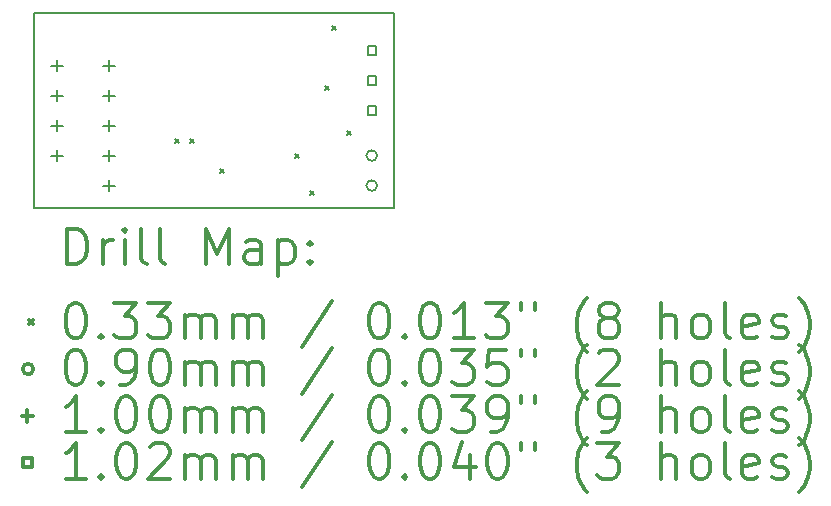
<source format=gbr>
%FSLAX45Y45*%
G04 Gerber Fmt 4.5, Leading zero omitted, Abs format (unit mm)*
G04 Created by KiCad (PCBNEW (5.1.5)-3) date 2019-12-28 17:54:20*
%MOMM*%
%LPD*%
G04 APERTURE LIST*
%TA.AperFunction,Profile*%
%ADD10C,0.150000*%
%TD*%
%ADD11C,0.200000*%
%ADD12C,0.300000*%
G04 APERTURE END LIST*
D10*
X13525500Y-7429500D02*
X13525500Y-9080500D01*
X16573500Y-7429500D02*
X13525500Y-7429500D01*
X16573500Y-9080500D02*
X16573500Y-7429500D01*
X13525500Y-9080500D02*
X16573500Y-9080500D01*
D11*
X14715490Y-8492490D02*
X14748510Y-8525510D01*
X14748510Y-8492490D02*
X14715490Y-8525510D01*
X14842490Y-8492490D02*
X14875510Y-8525510D01*
X14875510Y-8492490D02*
X14842490Y-8525510D01*
X15096490Y-8746490D02*
X15129510Y-8779510D01*
X15129510Y-8746490D02*
X15096490Y-8779510D01*
X15731490Y-8619490D02*
X15764510Y-8652510D01*
X15764510Y-8619490D02*
X15731490Y-8652510D01*
X15858490Y-8936990D02*
X15891510Y-8970010D01*
X15891510Y-8936990D02*
X15858490Y-8970010D01*
X15985490Y-8047990D02*
X16018510Y-8081010D01*
X16018510Y-8047990D02*
X15985490Y-8081010D01*
X16048990Y-7539990D02*
X16082010Y-7573010D01*
X16082010Y-7539990D02*
X16048990Y-7573010D01*
X16175990Y-8428990D02*
X16209010Y-8462010D01*
X16209010Y-8428990D02*
X16175990Y-8462010D01*
X16428000Y-8636000D02*
G75*
G03X16428000Y-8636000I-45000J0D01*
G01*
X16428000Y-8890000D02*
G75*
G03X16428000Y-8890000I-45000J0D01*
G01*
X14160500Y-7824000D02*
X14160500Y-7924000D01*
X14110500Y-7874000D02*
X14210500Y-7874000D01*
X14160500Y-8078000D02*
X14160500Y-8178000D01*
X14110500Y-8128000D02*
X14210500Y-8128000D01*
X14160500Y-8332000D02*
X14160500Y-8432000D01*
X14110500Y-8382000D02*
X14210500Y-8382000D01*
X14160500Y-8586000D02*
X14160500Y-8686000D01*
X14110500Y-8636000D02*
X14210500Y-8636000D01*
X14160500Y-8840000D02*
X14160500Y-8940000D01*
X14110500Y-8890000D02*
X14210500Y-8890000D01*
X13716000Y-7824000D02*
X13716000Y-7924000D01*
X13666000Y-7874000D02*
X13766000Y-7874000D01*
X13716000Y-8078000D02*
X13716000Y-8178000D01*
X13666000Y-8128000D02*
X13766000Y-8128000D01*
X13716000Y-8332000D02*
X13716000Y-8432000D01*
X13666000Y-8382000D02*
X13766000Y-8382000D01*
X13716000Y-8586000D02*
X13716000Y-8686000D01*
X13666000Y-8636000D02*
X13766000Y-8636000D01*
X16418921Y-7782921D02*
X16418921Y-7711079D01*
X16347079Y-7711079D01*
X16347079Y-7782921D01*
X16418921Y-7782921D01*
X16418921Y-8036921D02*
X16418921Y-7965079D01*
X16347079Y-7965079D01*
X16347079Y-8036921D01*
X16418921Y-8036921D01*
X16418921Y-8290921D02*
X16418921Y-8219079D01*
X16347079Y-8219079D01*
X16347079Y-8290921D01*
X16418921Y-8290921D01*
D12*
X13804428Y-9553714D02*
X13804428Y-9253714D01*
X13875857Y-9253714D01*
X13918714Y-9268000D01*
X13947286Y-9296572D01*
X13961571Y-9325143D01*
X13975857Y-9382286D01*
X13975857Y-9425143D01*
X13961571Y-9482286D01*
X13947286Y-9510857D01*
X13918714Y-9539429D01*
X13875857Y-9553714D01*
X13804428Y-9553714D01*
X14104428Y-9553714D02*
X14104428Y-9353714D01*
X14104428Y-9410857D02*
X14118714Y-9382286D01*
X14133000Y-9368000D01*
X14161571Y-9353714D01*
X14190143Y-9353714D01*
X14290143Y-9553714D02*
X14290143Y-9353714D01*
X14290143Y-9253714D02*
X14275857Y-9268000D01*
X14290143Y-9282286D01*
X14304428Y-9268000D01*
X14290143Y-9253714D01*
X14290143Y-9282286D01*
X14475857Y-9553714D02*
X14447286Y-9539429D01*
X14433000Y-9510857D01*
X14433000Y-9253714D01*
X14633000Y-9553714D02*
X14604428Y-9539429D01*
X14590143Y-9510857D01*
X14590143Y-9253714D01*
X14975857Y-9553714D02*
X14975857Y-9253714D01*
X15075857Y-9468000D01*
X15175857Y-9253714D01*
X15175857Y-9553714D01*
X15447286Y-9553714D02*
X15447286Y-9396572D01*
X15433000Y-9368000D01*
X15404428Y-9353714D01*
X15347286Y-9353714D01*
X15318714Y-9368000D01*
X15447286Y-9539429D02*
X15418714Y-9553714D01*
X15347286Y-9553714D01*
X15318714Y-9539429D01*
X15304428Y-9510857D01*
X15304428Y-9482286D01*
X15318714Y-9453714D01*
X15347286Y-9439429D01*
X15418714Y-9439429D01*
X15447286Y-9425143D01*
X15590143Y-9353714D02*
X15590143Y-9653714D01*
X15590143Y-9368000D02*
X15618714Y-9353714D01*
X15675857Y-9353714D01*
X15704428Y-9368000D01*
X15718714Y-9382286D01*
X15733000Y-9410857D01*
X15733000Y-9496572D01*
X15718714Y-9525143D01*
X15704428Y-9539429D01*
X15675857Y-9553714D01*
X15618714Y-9553714D01*
X15590143Y-9539429D01*
X15861571Y-9525143D02*
X15875857Y-9539429D01*
X15861571Y-9553714D01*
X15847286Y-9539429D01*
X15861571Y-9525143D01*
X15861571Y-9553714D01*
X15861571Y-9368000D02*
X15875857Y-9382286D01*
X15861571Y-9396572D01*
X15847286Y-9382286D01*
X15861571Y-9368000D01*
X15861571Y-9396572D01*
X13484980Y-10031490D02*
X13518000Y-10064510D01*
X13518000Y-10031490D02*
X13484980Y-10064510D01*
X13861571Y-9883714D02*
X13890143Y-9883714D01*
X13918714Y-9898000D01*
X13933000Y-9912286D01*
X13947286Y-9940857D01*
X13961571Y-9998000D01*
X13961571Y-10069429D01*
X13947286Y-10126572D01*
X13933000Y-10155143D01*
X13918714Y-10169429D01*
X13890143Y-10183714D01*
X13861571Y-10183714D01*
X13833000Y-10169429D01*
X13818714Y-10155143D01*
X13804428Y-10126572D01*
X13790143Y-10069429D01*
X13790143Y-9998000D01*
X13804428Y-9940857D01*
X13818714Y-9912286D01*
X13833000Y-9898000D01*
X13861571Y-9883714D01*
X14090143Y-10155143D02*
X14104428Y-10169429D01*
X14090143Y-10183714D01*
X14075857Y-10169429D01*
X14090143Y-10155143D01*
X14090143Y-10183714D01*
X14204428Y-9883714D02*
X14390143Y-9883714D01*
X14290143Y-9998000D01*
X14333000Y-9998000D01*
X14361571Y-10012286D01*
X14375857Y-10026572D01*
X14390143Y-10055143D01*
X14390143Y-10126572D01*
X14375857Y-10155143D01*
X14361571Y-10169429D01*
X14333000Y-10183714D01*
X14247286Y-10183714D01*
X14218714Y-10169429D01*
X14204428Y-10155143D01*
X14490143Y-9883714D02*
X14675857Y-9883714D01*
X14575857Y-9998000D01*
X14618714Y-9998000D01*
X14647286Y-10012286D01*
X14661571Y-10026572D01*
X14675857Y-10055143D01*
X14675857Y-10126572D01*
X14661571Y-10155143D01*
X14647286Y-10169429D01*
X14618714Y-10183714D01*
X14533000Y-10183714D01*
X14504428Y-10169429D01*
X14490143Y-10155143D01*
X14804428Y-10183714D02*
X14804428Y-9983714D01*
X14804428Y-10012286D02*
X14818714Y-9998000D01*
X14847286Y-9983714D01*
X14890143Y-9983714D01*
X14918714Y-9998000D01*
X14933000Y-10026572D01*
X14933000Y-10183714D01*
X14933000Y-10026572D02*
X14947286Y-9998000D01*
X14975857Y-9983714D01*
X15018714Y-9983714D01*
X15047286Y-9998000D01*
X15061571Y-10026572D01*
X15061571Y-10183714D01*
X15204428Y-10183714D02*
X15204428Y-9983714D01*
X15204428Y-10012286D02*
X15218714Y-9998000D01*
X15247286Y-9983714D01*
X15290143Y-9983714D01*
X15318714Y-9998000D01*
X15333000Y-10026572D01*
X15333000Y-10183714D01*
X15333000Y-10026572D02*
X15347286Y-9998000D01*
X15375857Y-9983714D01*
X15418714Y-9983714D01*
X15447286Y-9998000D01*
X15461571Y-10026572D01*
X15461571Y-10183714D01*
X16047286Y-9869429D02*
X15790143Y-10255143D01*
X16433000Y-9883714D02*
X16461571Y-9883714D01*
X16490143Y-9898000D01*
X16504428Y-9912286D01*
X16518714Y-9940857D01*
X16533000Y-9998000D01*
X16533000Y-10069429D01*
X16518714Y-10126572D01*
X16504428Y-10155143D01*
X16490143Y-10169429D01*
X16461571Y-10183714D01*
X16433000Y-10183714D01*
X16404428Y-10169429D01*
X16390143Y-10155143D01*
X16375857Y-10126572D01*
X16361571Y-10069429D01*
X16361571Y-9998000D01*
X16375857Y-9940857D01*
X16390143Y-9912286D01*
X16404428Y-9898000D01*
X16433000Y-9883714D01*
X16661571Y-10155143D02*
X16675857Y-10169429D01*
X16661571Y-10183714D01*
X16647286Y-10169429D01*
X16661571Y-10155143D01*
X16661571Y-10183714D01*
X16861571Y-9883714D02*
X16890143Y-9883714D01*
X16918714Y-9898000D01*
X16933000Y-9912286D01*
X16947286Y-9940857D01*
X16961571Y-9998000D01*
X16961571Y-10069429D01*
X16947286Y-10126572D01*
X16933000Y-10155143D01*
X16918714Y-10169429D01*
X16890143Y-10183714D01*
X16861571Y-10183714D01*
X16833000Y-10169429D01*
X16818714Y-10155143D01*
X16804428Y-10126572D01*
X16790143Y-10069429D01*
X16790143Y-9998000D01*
X16804428Y-9940857D01*
X16818714Y-9912286D01*
X16833000Y-9898000D01*
X16861571Y-9883714D01*
X17247286Y-10183714D02*
X17075857Y-10183714D01*
X17161571Y-10183714D02*
X17161571Y-9883714D01*
X17133000Y-9926572D01*
X17104428Y-9955143D01*
X17075857Y-9969429D01*
X17347286Y-9883714D02*
X17533000Y-9883714D01*
X17433000Y-9998000D01*
X17475857Y-9998000D01*
X17504428Y-10012286D01*
X17518714Y-10026572D01*
X17533000Y-10055143D01*
X17533000Y-10126572D01*
X17518714Y-10155143D01*
X17504428Y-10169429D01*
X17475857Y-10183714D01*
X17390143Y-10183714D01*
X17361571Y-10169429D01*
X17347286Y-10155143D01*
X17647286Y-9883714D02*
X17647286Y-9940857D01*
X17761571Y-9883714D02*
X17761571Y-9940857D01*
X18204428Y-10298000D02*
X18190143Y-10283714D01*
X18161571Y-10240857D01*
X18147286Y-10212286D01*
X18133000Y-10169429D01*
X18118714Y-10098000D01*
X18118714Y-10040857D01*
X18133000Y-9969429D01*
X18147286Y-9926572D01*
X18161571Y-9898000D01*
X18190143Y-9855143D01*
X18204428Y-9840857D01*
X18361571Y-10012286D02*
X18333000Y-9998000D01*
X18318714Y-9983714D01*
X18304428Y-9955143D01*
X18304428Y-9940857D01*
X18318714Y-9912286D01*
X18333000Y-9898000D01*
X18361571Y-9883714D01*
X18418714Y-9883714D01*
X18447286Y-9898000D01*
X18461571Y-9912286D01*
X18475857Y-9940857D01*
X18475857Y-9955143D01*
X18461571Y-9983714D01*
X18447286Y-9998000D01*
X18418714Y-10012286D01*
X18361571Y-10012286D01*
X18333000Y-10026572D01*
X18318714Y-10040857D01*
X18304428Y-10069429D01*
X18304428Y-10126572D01*
X18318714Y-10155143D01*
X18333000Y-10169429D01*
X18361571Y-10183714D01*
X18418714Y-10183714D01*
X18447286Y-10169429D01*
X18461571Y-10155143D01*
X18475857Y-10126572D01*
X18475857Y-10069429D01*
X18461571Y-10040857D01*
X18447286Y-10026572D01*
X18418714Y-10012286D01*
X18833000Y-10183714D02*
X18833000Y-9883714D01*
X18961571Y-10183714D02*
X18961571Y-10026572D01*
X18947286Y-9998000D01*
X18918714Y-9983714D01*
X18875857Y-9983714D01*
X18847286Y-9998000D01*
X18833000Y-10012286D01*
X19147286Y-10183714D02*
X19118714Y-10169429D01*
X19104428Y-10155143D01*
X19090143Y-10126572D01*
X19090143Y-10040857D01*
X19104428Y-10012286D01*
X19118714Y-9998000D01*
X19147286Y-9983714D01*
X19190143Y-9983714D01*
X19218714Y-9998000D01*
X19233000Y-10012286D01*
X19247286Y-10040857D01*
X19247286Y-10126572D01*
X19233000Y-10155143D01*
X19218714Y-10169429D01*
X19190143Y-10183714D01*
X19147286Y-10183714D01*
X19418714Y-10183714D02*
X19390143Y-10169429D01*
X19375857Y-10140857D01*
X19375857Y-9883714D01*
X19647286Y-10169429D02*
X19618714Y-10183714D01*
X19561571Y-10183714D01*
X19533000Y-10169429D01*
X19518714Y-10140857D01*
X19518714Y-10026572D01*
X19533000Y-9998000D01*
X19561571Y-9983714D01*
X19618714Y-9983714D01*
X19647286Y-9998000D01*
X19661571Y-10026572D01*
X19661571Y-10055143D01*
X19518714Y-10083714D01*
X19775857Y-10169429D02*
X19804428Y-10183714D01*
X19861571Y-10183714D01*
X19890143Y-10169429D01*
X19904428Y-10140857D01*
X19904428Y-10126572D01*
X19890143Y-10098000D01*
X19861571Y-10083714D01*
X19818714Y-10083714D01*
X19790143Y-10069429D01*
X19775857Y-10040857D01*
X19775857Y-10026572D01*
X19790143Y-9998000D01*
X19818714Y-9983714D01*
X19861571Y-9983714D01*
X19890143Y-9998000D01*
X20004428Y-10298000D02*
X20018714Y-10283714D01*
X20047286Y-10240857D01*
X20061571Y-10212286D01*
X20075857Y-10169429D01*
X20090143Y-10098000D01*
X20090143Y-10040857D01*
X20075857Y-9969429D01*
X20061571Y-9926572D01*
X20047286Y-9898000D01*
X20018714Y-9855143D01*
X20004428Y-9840857D01*
X13518000Y-10444000D02*
G75*
G03X13518000Y-10444000I-45000J0D01*
G01*
X13861571Y-10279714D02*
X13890143Y-10279714D01*
X13918714Y-10294000D01*
X13933000Y-10308286D01*
X13947286Y-10336857D01*
X13961571Y-10394000D01*
X13961571Y-10465429D01*
X13947286Y-10522572D01*
X13933000Y-10551143D01*
X13918714Y-10565429D01*
X13890143Y-10579714D01*
X13861571Y-10579714D01*
X13833000Y-10565429D01*
X13818714Y-10551143D01*
X13804428Y-10522572D01*
X13790143Y-10465429D01*
X13790143Y-10394000D01*
X13804428Y-10336857D01*
X13818714Y-10308286D01*
X13833000Y-10294000D01*
X13861571Y-10279714D01*
X14090143Y-10551143D02*
X14104428Y-10565429D01*
X14090143Y-10579714D01*
X14075857Y-10565429D01*
X14090143Y-10551143D01*
X14090143Y-10579714D01*
X14247286Y-10579714D02*
X14304428Y-10579714D01*
X14333000Y-10565429D01*
X14347286Y-10551143D01*
X14375857Y-10508286D01*
X14390143Y-10451143D01*
X14390143Y-10336857D01*
X14375857Y-10308286D01*
X14361571Y-10294000D01*
X14333000Y-10279714D01*
X14275857Y-10279714D01*
X14247286Y-10294000D01*
X14233000Y-10308286D01*
X14218714Y-10336857D01*
X14218714Y-10408286D01*
X14233000Y-10436857D01*
X14247286Y-10451143D01*
X14275857Y-10465429D01*
X14333000Y-10465429D01*
X14361571Y-10451143D01*
X14375857Y-10436857D01*
X14390143Y-10408286D01*
X14575857Y-10279714D02*
X14604428Y-10279714D01*
X14633000Y-10294000D01*
X14647286Y-10308286D01*
X14661571Y-10336857D01*
X14675857Y-10394000D01*
X14675857Y-10465429D01*
X14661571Y-10522572D01*
X14647286Y-10551143D01*
X14633000Y-10565429D01*
X14604428Y-10579714D01*
X14575857Y-10579714D01*
X14547286Y-10565429D01*
X14533000Y-10551143D01*
X14518714Y-10522572D01*
X14504428Y-10465429D01*
X14504428Y-10394000D01*
X14518714Y-10336857D01*
X14533000Y-10308286D01*
X14547286Y-10294000D01*
X14575857Y-10279714D01*
X14804428Y-10579714D02*
X14804428Y-10379714D01*
X14804428Y-10408286D02*
X14818714Y-10394000D01*
X14847286Y-10379714D01*
X14890143Y-10379714D01*
X14918714Y-10394000D01*
X14933000Y-10422572D01*
X14933000Y-10579714D01*
X14933000Y-10422572D02*
X14947286Y-10394000D01*
X14975857Y-10379714D01*
X15018714Y-10379714D01*
X15047286Y-10394000D01*
X15061571Y-10422572D01*
X15061571Y-10579714D01*
X15204428Y-10579714D02*
X15204428Y-10379714D01*
X15204428Y-10408286D02*
X15218714Y-10394000D01*
X15247286Y-10379714D01*
X15290143Y-10379714D01*
X15318714Y-10394000D01*
X15333000Y-10422572D01*
X15333000Y-10579714D01*
X15333000Y-10422572D02*
X15347286Y-10394000D01*
X15375857Y-10379714D01*
X15418714Y-10379714D01*
X15447286Y-10394000D01*
X15461571Y-10422572D01*
X15461571Y-10579714D01*
X16047286Y-10265429D02*
X15790143Y-10651143D01*
X16433000Y-10279714D02*
X16461571Y-10279714D01*
X16490143Y-10294000D01*
X16504428Y-10308286D01*
X16518714Y-10336857D01*
X16533000Y-10394000D01*
X16533000Y-10465429D01*
X16518714Y-10522572D01*
X16504428Y-10551143D01*
X16490143Y-10565429D01*
X16461571Y-10579714D01*
X16433000Y-10579714D01*
X16404428Y-10565429D01*
X16390143Y-10551143D01*
X16375857Y-10522572D01*
X16361571Y-10465429D01*
X16361571Y-10394000D01*
X16375857Y-10336857D01*
X16390143Y-10308286D01*
X16404428Y-10294000D01*
X16433000Y-10279714D01*
X16661571Y-10551143D02*
X16675857Y-10565429D01*
X16661571Y-10579714D01*
X16647286Y-10565429D01*
X16661571Y-10551143D01*
X16661571Y-10579714D01*
X16861571Y-10279714D02*
X16890143Y-10279714D01*
X16918714Y-10294000D01*
X16933000Y-10308286D01*
X16947286Y-10336857D01*
X16961571Y-10394000D01*
X16961571Y-10465429D01*
X16947286Y-10522572D01*
X16933000Y-10551143D01*
X16918714Y-10565429D01*
X16890143Y-10579714D01*
X16861571Y-10579714D01*
X16833000Y-10565429D01*
X16818714Y-10551143D01*
X16804428Y-10522572D01*
X16790143Y-10465429D01*
X16790143Y-10394000D01*
X16804428Y-10336857D01*
X16818714Y-10308286D01*
X16833000Y-10294000D01*
X16861571Y-10279714D01*
X17061571Y-10279714D02*
X17247286Y-10279714D01*
X17147286Y-10394000D01*
X17190143Y-10394000D01*
X17218714Y-10408286D01*
X17233000Y-10422572D01*
X17247286Y-10451143D01*
X17247286Y-10522572D01*
X17233000Y-10551143D01*
X17218714Y-10565429D01*
X17190143Y-10579714D01*
X17104428Y-10579714D01*
X17075857Y-10565429D01*
X17061571Y-10551143D01*
X17518714Y-10279714D02*
X17375857Y-10279714D01*
X17361571Y-10422572D01*
X17375857Y-10408286D01*
X17404428Y-10394000D01*
X17475857Y-10394000D01*
X17504428Y-10408286D01*
X17518714Y-10422572D01*
X17533000Y-10451143D01*
X17533000Y-10522572D01*
X17518714Y-10551143D01*
X17504428Y-10565429D01*
X17475857Y-10579714D01*
X17404428Y-10579714D01*
X17375857Y-10565429D01*
X17361571Y-10551143D01*
X17647286Y-10279714D02*
X17647286Y-10336857D01*
X17761571Y-10279714D02*
X17761571Y-10336857D01*
X18204428Y-10694000D02*
X18190143Y-10679714D01*
X18161571Y-10636857D01*
X18147286Y-10608286D01*
X18133000Y-10565429D01*
X18118714Y-10494000D01*
X18118714Y-10436857D01*
X18133000Y-10365429D01*
X18147286Y-10322572D01*
X18161571Y-10294000D01*
X18190143Y-10251143D01*
X18204428Y-10236857D01*
X18304428Y-10308286D02*
X18318714Y-10294000D01*
X18347286Y-10279714D01*
X18418714Y-10279714D01*
X18447286Y-10294000D01*
X18461571Y-10308286D01*
X18475857Y-10336857D01*
X18475857Y-10365429D01*
X18461571Y-10408286D01*
X18290143Y-10579714D01*
X18475857Y-10579714D01*
X18833000Y-10579714D02*
X18833000Y-10279714D01*
X18961571Y-10579714D02*
X18961571Y-10422572D01*
X18947286Y-10394000D01*
X18918714Y-10379714D01*
X18875857Y-10379714D01*
X18847286Y-10394000D01*
X18833000Y-10408286D01*
X19147286Y-10579714D02*
X19118714Y-10565429D01*
X19104428Y-10551143D01*
X19090143Y-10522572D01*
X19090143Y-10436857D01*
X19104428Y-10408286D01*
X19118714Y-10394000D01*
X19147286Y-10379714D01*
X19190143Y-10379714D01*
X19218714Y-10394000D01*
X19233000Y-10408286D01*
X19247286Y-10436857D01*
X19247286Y-10522572D01*
X19233000Y-10551143D01*
X19218714Y-10565429D01*
X19190143Y-10579714D01*
X19147286Y-10579714D01*
X19418714Y-10579714D02*
X19390143Y-10565429D01*
X19375857Y-10536857D01*
X19375857Y-10279714D01*
X19647286Y-10565429D02*
X19618714Y-10579714D01*
X19561571Y-10579714D01*
X19533000Y-10565429D01*
X19518714Y-10536857D01*
X19518714Y-10422572D01*
X19533000Y-10394000D01*
X19561571Y-10379714D01*
X19618714Y-10379714D01*
X19647286Y-10394000D01*
X19661571Y-10422572D01*
X19661571Y-10451143D01*
X19518714Y-10479714D01*
X19775857Y-10565429D02*
X19804428Y-10579714D01*
X19861571Y-10579714D01*
X19890143Y-10565429D01*
X19904428Y-10536857D01*
X19904428Y-10522572D01*
X19890143Y-10494000D01*
X19861571Y-10479714D01*
X19818714Y-10479714D01*
X19790143Y-10465429D01*
X19775857Y-10436857D01*
X19775857Y-10422572D01*
X19790143Y-10394000D01*
X19818714Y-10379714D01*
X19861571Y-10379714D01*
X19890143Y-10394000D01*
X20004428Y-10694000D02*
X20018714Y-10679714D01*
X20047286Y-10636857D01*
X20061571Y-10608286D01*
X20075857Y-10565429D01*
X20090143Y-10494000D01*
X20090143Y-10436857D01*
X20075857Y-10365429D01*
X20061571Y-10322572D01*
X20047286Y-10294000D01*
X20018714Y-10251143D01*
X20004428Y-10236857D01*
X13468000Y-10790000D02*
X13468000Y-10890000D01*
X13418000Y-10840000D02*
X13518000Y-10840000D01*
X13961571Y-10975714D02*
X13790143Y-10975714D01*
X13875857Y-10975714D02*
X13875857Y-10675714D01*
X13847286Y-10718572D01*
X13818714Y-10747143D01*
X13790143Y-10761429D01*
X14090143Y-10947143D02*
X14104428Y-10961429D01*
X14090143Y-10975714D01*
X14075857Y-10961429D01*
X14090143Y-10947143D01*
X14090143Y-10975714D01*
X14290143Y-10675714D02*
X14318714Y-10675714D01*
X14347286Y-10690000D01*
X14361571Y-10704286D01*
X14375857Y-10732857D01*
X14390143Y-10790000D01*
X14390143Y-10861429D01*
X14375857Y-10918572D01*
X14361571Y-10947143D01*
X14347286Y-10961429D01*
X14318714Y-10975714D01*
X14290143Y-10975714D01*
X14261571Y-10961429D01*
X14247286Y-10947143D01*
X14233000Y-10918572D01*
X14218714Y-10861429D01*
X14218714Y-10790000D01*
X14233000Y-10732857D01*
X14247286Y-10704286D01*
X14261571Y-10690000D01*
X14290143Y-10675714D01*
X14575857Y-10675714D02*
X14604428Y-10675714D01*
X14633000Y-10690000D01*
X14647286Y-10704286D01*
X14661571Y-10732857D01*
X14675857Y-10790000D01*
X14675857Y-10861429D01*
X14661571Y-10918572D01*
X14647286Y-10947143D01*
X14633000Y-10961429D01*
X14604428Y-10975714D01*
X14575857Y-10975714D01*
X14547286Y-10961429D01*
X14533000Y-10947143D01*
X14518714Y-10918572D01*
X14504428Y-10861429D01*
X14504428Y-10790000D01*
X14518714Y-10732857D01*
X14533000Y-10704286D01*
X14547286Y-10690000D01*
X14575857Y-10675714D01*
X14804428Y-10975714D02*
X14804428Y-10775714D01*
X14804428Y-10804286D02*
X14818714Y-10790000D01*
X14847286Y-10775714D01*
X14890143Y-10775714D01*
X14918714Y-10790000D01*
X14933000Y-10818572D01*
X14933000Y-10975714D01*
X14933000Y-10818572D02*
X14947286Y-10790000D01*
X14975857Y-10775714D01*
X15018714Y-10775714D01*
X15047286Y-10790000D01*
X15061571Y-10818572D01*
X15061571Y-10975714D01*
X15204428Y-10975714D02*
X15204428Y-10775714D01*
X15204428Y-10804286D02*
X15218714Y-10790000D01*
X15247286Y-10775714D01*
X15290143Y-10775714D01*
X15318714Y-10790000D01*
X15333000Y-10818572D01*
X15333000Y-10975714D01*
X15333000Y-10818572D02*
X15347286Y-10790000D01*
X15375857Y-10775714D01*
X15418714Y-10775714D01*
X15447286Y-10790000D01*
X15461571Y-10818572D01*
X15461571Y-10975714D01*
X16047286Y-10661429D02*
X15790143Y-11047143D01*
X16433000Y-10675714D02*
X16461571Y-10675714D01*
X16490143Y-10690000D01*
X16504428Y-10704286D01*
X16518714Y-10732857D01*
X16533000Y-10790000D01*
X16533000Y-10861429D01*
X16518714Y-10918572D01*
X16504428Y-10947143D01*
X16490143Y-10961429D01*
X16461571Y-10975714D01*
X16433000Y-10975714D01*
X16404428Y-10961429D01*
X16390143Y-10947143D01*
X16375857Y-10918572D01*
X16361571Y-10861429D01*
X16361571Y-10790000D01*
X16375857Y-10732857D01*
X16390143Y-10704286D01*
X16404428Y-10690000D01*
X16433000Y-10675714D01*
X16661571Y-10947143D02*
X16675857Y-10961429D01*
X16661571Y-10975714D01*
X16647286Y-10961429D01*
X16661571Y-10947143D01*
X16661571Y-10975714D01*
X16861571Y-10675714D02*
X16890143Y-10675714D01*
X16918714Y-10690000D01*
X16933000Y-10704286D01*
X16947286Y-10732857D01*
X16961571Y-10790000D01*
X16961571Y-10861429D01*
X16947286Y-10918572D01*
X16933000Y-10947143D01*
X16918714Y-10961429D01*
X16890143Y-10975714D01*
X16861571Y-10975714D01*
X16833000Y-10961429D01*
X16818714Y-10947143D01*
X16804428Y-10918572D01*
X16790143Y-10861429D01*
X16790143Y-10790000D01*
X16804428Y-10732857D01*
X16818714Y-10704286D01*
X16833000Y-10690000D01*
X16861571Y-10675714D01*
X17061571Y-10675714D02*
X17247286Y-10675714D01*
X17147286Y-10790000D01*
X17190143Y-10790000D01*
X17218714Y-10804286D01*
X17233000Y-10818572D01*
X17247286Y-10847143D01*
X17247286Y-10918572D01*
X17233000Y-10947143D01*
X17218714Y-10961429D01*
X17190143Y-10975714D01*
X17104428Y-10975714D01*
X17075857Y-10961429D01*
X17061571Y-10947143D01*
X17390143Y-10975714D02*
X17447286Y-10975714D01*
X17475857Y-10961429D01*
X17490143Y-10947143D01*
X17518714Y-10904286D01*
X17533000Y-10847143D01*
X17533000Y-10732857D01*
X17518714Y-10704286D01*
X17504428Y-10690000D01*
X17475857Y-10675714D01*
X17418714Y-10675714D01*
X17390143Y-10690000D01*
X17375857Y-10704286D01*
X17361571Y-10732857D01*
X17361571Y-10804286D01*
X17375857Y-10832857D01*
X17390143Y-10847143D01*
X17418714Y-10861429D01*
X17475857Y-10861429D01*
X17504428Y-10847143D01*
X17518714Y-10832857D01*
X17533000Y-10804286D01*
X17647286Y-10675714D02*
X17647286Y-10732857D01*
X17761571Y-10675714D02*
X17761571Y-10732857D01*
X18204428Y-11090000D02*
X18190143Y-11075714D01*
X18161571Y-11032857D01*
X18147286Y-11004286D01*
X18133000Y-10961429D01*
X18118714Y-10890000D01*
X18118714Y-10832857D01*
X18133000Y-10761429D01*
X18147286Y-10718572D01*
X18161571Y-10690000D01*
X18190143Y-10647143D01*
X18204428Y-10632857D01*
X18333000Y-10975714D02*
X18390143Y-10975714D01*
X18418714Y-10961429D01*
X18433000Y-10947143D01*
X18461571Y-10904286D01*
X18475857Y-10847143D01*
X18475857Y-10732857D01*
X18461571Y-10704286D01*
X18447286Y-10690000D01*
X18418714Y-10675714D01*
X18361571Y-10675714D01*
X18333000Y-10690000D01*
X18318714Y-10704286D01*
X18304428Y-10732857D01*
X18304428Y-10804286D01*
X18318714Y-10832857D01*
X18333000Y-10847143D01*
X18361571Y-10861429D01*
X18418714Y-10861429D01*
X18447286Y-10847143D01*
X18461571Y-10832857D01*
X18475857Y-10804286D01*
X18833000Y-10975714D02*
X18833000Y-10675714D01*
X18961571Y-10975714D02*
X18961571Y-10818572D01*
X18947286Y-10790000D01*
X18918714Y-10775714D01*
X18875857Y-10775714D01*
X18847286Y-10790000D01*
X18833000Y-10804286D01*
X19147286Y-10975714D02*
X19118714Y-10961429D01*
X19104428Y-10947143D01*
X19090143Y-10918572D01*
X19090143Y-10832857D01*
X19104428Y-10804286D01*
X19118714Y-10790000D01*
X19147286Y-10775714D01*
X19190143Y-10775714D01*
X19218714Y-10790000D01*
X19233000Y-10804286D01*
X19247286Y-10832857D01*
X19247286Y-10918572D01*
X19233000Y-10947143D01*
X19218714Y-10961429D01*
X19190143Y-10975714D01*
X19147286Y-10975714D01*
X19418714Y-10975714D02*
X19390143Y-10961429D01*
X19375857Y-10932857D01*
X19375857Y-10675714D01*
X19647286Y-10961429D02*
X19618714Y-10975714D01*
X19561571Y-10975714D01*
X19533000Y-10961429D01*
X19518714Y-10932857D01*
X19518714Y-10818572D01*
X19533000Y-10790000D01*
X19561571Y-10775714D01*
X19618714Y-10775714D01*
X19647286Y-10790000D01*
X19661571Y-10818572D01*
X19661571Y-10847143D01*
X19518714Y-10875714D01*
X19775857Y-10961429D02*
X19804428Y-10975714D01*
X19861571Y-10975714D01*
X19890143Y-10961429D01*
X19904428Y-10932857D01*
X19904428Y-10918572D01*
X19890143Y-10890000D01*
X19861571Y-10875714D01*
X19818714Y-10875714D01*
X19790143Y-10861429D01*
X19775857Y-10832857D01*
X19775857Y-10818572D01*
X19790143Y-10790000D01*
X19818714Y-10775714D01*
X19861571Y-10775714D01*
X19890143Y-10790000D01*
X20004428Y-11090000D02*
X20018714Y-11075714D01*
X20047286Y-11032857D01*
X20061571Y-11004286D01*
X20075857Y-10961429D01*
X20090143Y-10890000D01*
X20090143Y-10832857D01*
X20075857Y-10761429D01*
X20061571Y-10718572D01*
X20047286Y-10690000D01*
X20018714Y-10647143D01*
X20004428Y-10632857D01*
X13503121Y-11271921D02*
X13503121Y-11200079D01*
X13431278Y-11200079D01*
X13431278Y-11271921D01*
X13503121Y-11271921D01*
X13961571Y-11371714D02*
X13790143Y-11371714D01*
X13875857Y-11371714D02*
X13875857Y-11071714D01*
X13847286Y-11114572D01*
X13818714Y-11143143D01*
X13790143Y-11157429D01*
X14090143Y-11343143D02*
X14104428Y-11357429D01*
X14090143Y-11371714D01*
X14075857Y-11357429D01*
X14090143Y-11343143D01*
X14090143Y-11371714D01*
X14290143Y-11071714D02*
X14318714Y-11071714D01*
X14347286Y-11086000D01*
X14361571Y-11100286D01*
X14375857Y-11128857D01*
X14390143Y-11186000D01*
X14390143Y-11257429D01*
X14375857Y-11314571D01*
X14361571Y-11343143D01*
X14347286Y-11357429D01*
X14318714Y-11371714D01*
X14290143Y-11371714D01*
X14261571Y-11357429D01*
X14247286Y-11343143D01*
X14233000Y-11314571D01*
X14218714Y-11257429D01*
X14218714Y-11186000D01*
X14233000Y-11128857D01*
X14247286Y-11100286D01*
X14261571Y-11086000D01*
X14290143Y-11071714D01*
X14504428Y-11100286D02*
X14518714Y-11086000D01*
X14547286Y-11071714D01*
X14618714Y-11071714D01*
X14647286Y-11086000D01*
X14661571Y-11100286D01*
X14675857Y-11128857D01*
X14675857Y-11157429D01*
X14661571Y-11200286D01*
X14490143Y-11371714D01*
X14675857Y-11371714D01*
X14804428Y-11371714D02*
X14804428Y-11171714D01*
X14804428Y-11200286D02*
X14818714Y-11186000D01*
X14847286Y-11171714D01*
X14890143Y-11171714D01*
X14918714Y-11186000D01*
X14933000Y-11214571D01*
X14933000Y-11371714D01*
X14933000Y-11214571D02*
X14947286Y-11186000D01*
X14975857Y-11171714D01*
X15018714Y-11171714D01*
X15047286Y-11186000D01*
X15061571Y-11214571D01*
X15061571Y-11371714D01*
X15204428Y-11371714D02*
X15204428Y-11171714D01*
X15204428Y-11200286D02*
X15218714Y-11186000D01*
X15247286Y-11171714D01*
X15290143Y-11171714D01*
X15318714Y-11186000D01*
X15333000Y-11214571D01*
X15333000Y-11371714D01*
X15333000Y-11214571D02*
X15347286Y-11186000D01*
X15375857Y-11171714D01*
X15418714Y-11171714D01*
X15447286Y-11186000D01*
X15461571Y-11214571D01*
X15461571Y-11371714D01*
X16047286Y-11057429D02*
X15790143Y-11443143D01*
X16433000Y-11071714D02*
X16461571Y-11071714D01*
X16490143Y-11086000D01*
X16504428Y-11100286D01*
X16518714Y-11128857D01*
X16533000Y-11186000D01*
X16533000Y-11257429D01*
X16518714Y-11314571D01*
X16504428Y-11343143D01*
X16490143Y-11357429D01*
X16461571Y-11371714D01*
X16433000Y-11371714D01*
X16404428Y-11357429D01*
X16390143Y-11343143D01*
X16375857Y-11314571D01*
X16361571Y-11257429D01*
X16361571Y-11186000D01*
X16375857Y-11128857D01*
X16390143Y-11100286D01*
X16404428Y-11086000D01*
X16433000Y-11071714D01*
X16661571Y-11343143D02*
X16675857Y-11357429D01*
X16661571Y-11371714D01*
X16647286Y-11357429D01*
X16661571Y-11343143D01*
X16661571Y-11371714D01*
X16861571Y-11071714D02*
X16890143Y-11071714D01*
X16918714Y-11086000D01*
X16933000Y-11100286D01*
X16947286Y-11128857D01*
X16961571Y-11186000D01*
X16961571Y-11257429D01*
X16947286Y-11314571D01*
X16933000Y-11343143D01*
X16918714Y-11357429D01*
X16890143Y-11371714D01*
X16861571Y-11371714D01*
X16833000Y-11357429D01*
X16818714Y-11343143D01*
X16804428Y-11314571D01*
X16790143Y-11257429D01*
X16790143Y-11186000D01*
X16804428Y-11128857D01*
X16818714Y-11100286D01*
X16833000Y-11086000D01*
X16861571Y-11071714D01*
X17218714Y-11171714D02*
X17218714Y-11371714D01*
X17147286Y-11057429D02*
X17075857Y-11271714D01*
X17261571Y-11271714D01*
X17433000Y-11071714D02*
X17461571Y-11071714D01*
X17490143Y-11086000D01*
X17504428Y-11100286D01*
X17518714Y-11128857D01*
X17533000Y-11186000D01*
X17533000Y-11257429D01*
X17518714Y-11314571D01*
X17504428Y-11343143D01*
X17490143Y-11357429D01*
X17461571Y-11371714D01*
X17433000Y-11371714D01*
X17404428Y-11357429D01*
X17390143Y-11343143D01*
X17375857Y-11314571D01*
X17361571Y-11257429D01*
X17361571Y-11186000D01*
X17375857Y-11128857D01*
X17390143Y-11100286D01*
X17404428Y-11086000D01*
X17433000Y-11071714D01*
X17647286Y-11071714D02*
X17647286Y-11128857D01*
X17761571Y-11071714D02*
X17761571Y-11128857D01*
X18204428Y-11486000D02*
X18190143Y-11471714D01*
X18161571Y-11428857D01*
X18147286Y-11400286D01*
X18133000Y-11357429D01*
X18118714Y-11286000D01*
X18118714Y-11228857D01*
X18133000Y-11157429D01*
X18147286Y-11114572D01*
X18161571Y-11086000D01*
X18190143Y-11043143D01*
X18204428Y-11028857D01*
X18290143Y-11071714D02*
X18475857Y-11071714D01*
X18375857Y-11186000D01*
X18418714Y-11186000D01*
X18447286Y-11200286D01*
X18461571Y-11214571D01*
X18475857Y-11243143D01*
X18475857Y-11314571D01*
X18461571Y-11343143D01*
X18447286Y-11357429D01*
X18418714Y-11371714D01*
X18333000Y-11371714D01*
X18304428Y-11357429D01*
X18290143Y-11343143D01*
X18833000Y-11371714D02*
X18833000Y-11071714D01*
X18961571Y-11371714D02*
X18961571Y-11214571D01*
X18947286Y-11186000D01*
X18918714Y-11171714D01*
X18875857Y-11171714D01*
X18847286Y-11186000D01*
X18833000Y-11200286D01*
X19147286Y-11371714D02*
X19118714Y-11357429D01*
X19104428Y-11343143D01*
X19090143Y-11314571D01*
X19090143Y-11228857D01*
X19104428Y-11200286D01*
X19118714Y-11186000D01*
X19147286Y-11171714D01*
X19190143Y-11171714D01*
X19218714Y-11186000D01*
X19233000Y-11200286D01*
X19247286Y-11228857D01*
X19247286Y-11314571D01*
X19233000Y-11343143D01*
X19218714Y-11357429D01*
X19190143Y-11371714D01*
X19147286Y-11371714D01*
X19418714Y-11371714D02*
X19390143Y-11357429D01*
X19375857Y-11328857D01*
X19375857Y-11071714D01*
X19647286Y-11357429D02*
X19618714Y-11371714D01*
X19561571Y-11371714D01*
X19533000Y-11357429D01*
X19518714Y-11328857D01*
X19518714Y-11214571D01*
X19533000Y-11186000D01*
X19561571Y-11171714D01*
X19618714Y-11171714D01*
X19647286Y-11186000D01*
X19661571Y-11214571D01*
X19661571Y-11243143D01*
X19518714Y-11271714D01*
X19775857Y-11357429D02*
X19804428Y-11371714D01*
X19861571Y-11371714D01*
X19890143Y-11357429D01*
X19904428Y-11328857D01*
X19904428Y-11314571D01*
X19890143Y-11286000D01*
X19861571Y-11271714D01*
X19818714Y-11271714D01*
X19790143Y-11257429D01*
X19775857Y-11228857D01*
X19775857Y-11214571D01*
X19790143Y-11186000D01*
X19818714Y-11171714D01*
X19861571Y-11171714D01*
X19890143Y-11186000D01*
X20004428Y-11486000D02*
X20018714Y-11471714D01*
X20047286Y-11428857D01*
X20061571Y-11400286D01*
X20075857Y-11357429D01*
X20090143Y-11286000D01*
X20090143Y-11228857D01*
X20075857Y-11157429D01*
X20061571Y-11114572D01*
X20047286Y-11086000D01*
X20018714Y-11043143D01*
X20004428Y-11028857D01*
M02*

</source>
